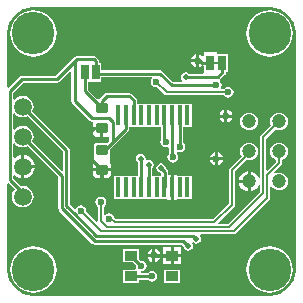
<source format=gtl>
G04 Layer_Physical_Order=1*
G04 Layer_Color=255*
%FSLAX44Y44*%
%MOMM*%
G71*
G01*
G75*
G04:AMPARAMS|DCode=10|XSize=1mm|YSize=0.9mm|CornerRadius=0.1125mm|HoleSize=0mm|Usage=FLASHONLY|Rotation=0.000|XOffset=0mm|YOffset=0mm|HoleType=Round|Shape=RoundedRectangle|*
%AMROUNDEDRECTD10*
21,1,1.0000,0.6750,0,0,0.0*
21,1,0.7750,0.9000,0,0,0.0*
1,1,0.2250,0.3875,-0.3375*
1,1,0.2250,-0.3875,-0.3375*
1,1,0.2250,-0.3875,0.3375*
1,1,0.2250,0.3875,0.3375*
%
%ADD10ROUNDEDRECTD10*%
%ADD11R,0.6350X1.2700*%
%ADD12R,0.4064X1.6510*%
%ADD13R,1.0160X0.8636*%
%ADD14C,0.2500*%
%ADD15C,0.2000*%
%ADD16C,0.2032*%
%ADD17C,0.3000*%
%ADD18C,1.2000*%
%ADD19C,3.6000*%
%ADD20C,1.5000*%
%ADD21C,0.5000*%
%ADD22C,0.6000*%
G36*
X25000Y246176D02*
X223772D01*
X225000Y246176D01*
X225000Y246176D01*
X225000Y246176D01*
Y246176D01*
X226234Y246088D01*
X229333Y245783D01*
X233499Y244519D01*
X237339Y242467D01*
X240705Y239705D01*
X243467Y236339D01*
X245519Y232499D01*
X246783Y228333D01*
X247088Y225234D01*
X247176Y224000D01*
X247176D01*
X247176Y224000D01*
Y25228D01*
X247176Y24000D01*
X247176Y24000D01*
X247176Y24000D01*
X247176D01*
X247088Y22766D01*
X246783Y19667D01*
X245519Y15501D01*
X243467Y11661D01*
X240705Y8295D01*
X237339Y5533D01*
X233499Y3481D01*
X229333Y2217D01*
X226234Y1912D01*
X225000Y1824D01*
Y1824D01*
X225000Y1824D01*
X26228D01*
X25000Y1824D01*
X25000Y1824D01*
X25000Y1824D01*
Y1824D01*
X23766Y1912D01*
X20667Y2217D01*
X16501Y3481D01*
X12661Y5533D01*
X9295Y8295D01*
X6533Y11661D01*
X4481Y15501D01*
X3217Y19667D01*
X2912Y22766D01*
X2824Y24000D01*
X2824D01*
X2824Y24000D01*
Y96414D01*
X4094Y96940D01*
X9249Y91786D01*
X8138Y90339D01*
X7232Y88149D01*
X6922Y85800D01*
X7232Y83450D01*
X8138Y81261D01*
X9581Y79381D01*
X11461Y77938D01*
X13650Y77032D01*
X16000Y76722D01*
X18349Y77032D01*
X20539Y77938D01*
X22419Y79381D01*
X23861Y81261D01*
X24768Y83450D01*
X25078Y85800D01*
X24768Y88149D01*
X23861Y90339D01*
X22419Y92219D01*
X20539Y93661D01*
X18349Y94568D01*
X16000Y94878D01*
X14310Y94655D01*
X7804Y101161D01*
Y103486D01*
X9074Y103859D01*
X10937Y102430D01*
X13379Y101418D01*
X14730Y101241D01*
Y111200D01*
Y121159D01*
X13379Y120982D01*
X10937Y119970D01*
X9074Y118540D01*
X7804Y118914D01*
Y130411D01*
X9074Y130842D01*
X9581Y130181D01*
X11461Y128738D01*
X13650Y127832D01*
X16000Y127522D01*
X18349Y127832D01*
X20084Y128550D01*
X46196Y102438D01*
Y76000D01*
X46410Y74927D01*
X47017Y74017D01*
X75017Y46017D01*
X75927Y45410D01*
X77000Y45196D01*
X150839D01*
X151940Y44094D01*
X151922Y44000D01*
X152232Y42439D01*
X153116Y41116D01*
X154439Y40232D01*
X156000Y39922D01*
X157561Y40232D01*
X158884Y41116D01*
X159768Y42439D01*
X160078Y44000D01*
X159768Y45561D01*
X159453Y46032D01*
X160369Y46947D01*
X161439Y46232D01*
X163000Y45922D01*
X164561Y46232D01*
X165884Y47116D01*
X166768Y48439D01*
X167078Y50000D01*
X166768Y51561D01*
X166019Y52681D01*
X166249Y53449D01*
X166573Y53951D01*
X194500D01*
X195476Y54145D01*
X196302Y54698D01*
X224802Y83198D01*
X225355Y84024D01*
X225549Y85000D01*
Y93904D01*
X226819Y94335D01*
X227651Y93251D01*
X229218Y92049D01*
X231042Y91293D01*
X233000Y91035D01*
X234958Y91293D01*
X236782Y92049D01*
X238349Y93251D01*
X239551Y94818D01*
X240307Y96642D01*
X240565Y98600D01*
X240307Y100558D01*
X239551Y102382D01*
X238349Y103949D01*
X236782Y105151D01*
X234958Y105907D01*
X233000Y106165D01*
X231042Y105907D01*
X229788Y105388D01*
X229069Y106464D01*
X234803Y112198D01*
X235355Y113025D01*
X235549Y114000D01*
Y116938D01*
X236782Y117449D01*
X238349Y118651D01*
X239551Y120218D01*
X240307Y122042D01*
X240565Y124000D01*
X240307Y125958D01*
X239551Y127782D01*
X238349Y129349D01*
X236782Y130551D01*
X234958Y131307D01*
X233000Y131565D01*
X231042Y131307D01*
X229218Y130551D01*
X227651Y129349D01*
X226449Y127782D01*
X225693Y125958D01*
X225435Y124000D01*
X225693Y122042D01*
X226449Y120218D01*
X227651Y118651D01*
X229218Y117449D01*
X230451Y116938D01*
Y115056D01*
X223222Y107827D01*
X222049Y108313D01*
Y134843D01*
X229809Y142604D01*
X231042Y142093D01*
X233000Y141835D01*
X234958Y142093D01*
X236782Y142849D01*
X238349Y144051D01*
X239551Y145618D01*
X240307Y147442D01*
X240565Y149400D01*
X240307Y151358D01*
X239551Y153182D01*
X238349Y154749D01*
X236782Y155951D01*
X234958Y156707D01*
X233000Y156965D01*
X231042Y156707D01*
X229218Y155951D01*
X227651Y154749D01*
X226449Y153182D01*
X225693Y151358D01*
X225435Y149400D01*
X225693Y147442D01*
X226204Y146208D01*
X217698Y137702D01*
X217145Y136875D01*
X216951Y135899D01*
Y101659D01*
X215681Y101407D01*
X215060Y102907D01*
X213691Y104691D01*
X211907Y106060D01*
X209829Y106920D01*
X208870Y107046D01*
Y98600D01*
Y90154D01*
X209829Y90280D01*
X211907Y91140D01*
X213691Y92509D01*
X215060Y94293D01*
X215681Y95793D01*
X216951Y95541D01*
Y89556D01*
X189944Y62549D01*
X181813D01*
X181327Y63722D01*
X194802Y77198D01*
X195355Y78025D01*
X195549Y79000D01*
Y106944D01*
X205399Y116794D01*
X205642Y116693D01*
X207600Y116435D01*
X209558Y116693D01*
X211382Y117449D01*
X212949Y118651D01*
X214151Y120218D01*
X214907Y122042D01*
X215165Y124000D01*
X214907Y125958D01*
X214151Y127782D01*
X212949Y129349D01*
X211382Y130551D01*
X209558Y131307D01*
X207600Y131565D01*
X205642Y131307D01*
X203818Y130551D01*
X202251Y129349D01*
X201049Y127782D01*
X200293Y125958D01*
X200035Y124000D01*
X200293Y122042D01*
X201049Y120218D01*
X201294Y119899D01*
X191198Y109802D01*
X190645Y108975D01*
X190451Y108000D01*
Y80056D01*
X176944Y66549D01*
X95056D01*
X93336Y68269D01*
X93239Y68756D01*
X92244Y70244D01*
X90756Y71239D01*
X89000Y71588D01*
X87244Y71239D01*
X85819Y70287D01*
X85464Y70360D01*
X84549Y70724D01*
Y77291D01*
X85244Y77756D01*
X86239Y79244D01*
X86588Y81000D01*
X86239Y82756D01*
X85244Y84244D01*
X83756Y85239D01*
X82000Y85588D01*
X80244Y85239D01*
X78756Y84244D01*
X77761Y82756D01*
X77412Y81000D01*
X77761Y79244D01*
X78756Y77756D01*
X79451Y77291D01*
Y65000D01*
X79464Y64937D01*
X78293Y64312D01*
X69425Y73180D01*
X69588Y74000D01*
X69239Y75756D01*
X68244Y77244D01*
X66756Y78239D01*
X65000Y78588D01*
X63244Y78239D01*
X61756Y77244D01*
X60859Y75902D01*
X60136Y75566D01*
X59571Y75395D01*
X55804Y79161D01*
Y125000D01*
X55590Y126073D01*
X54983Y126982D01*
X24050Y157915D01*
X24768Y159650D01*
X25078Y162000D01*
X24768Y164349D01*
X23861Y166539D01*
X22419Y168419D01*
X20539Y169861D01*
X18349Y170768D01*
X16000Y171078D01*
X13650Y170768D01*
X11461Y169861D01*
X9581Y168419D01*
X9074Y167758D01*
X7804Y168189D01*
Y173839D01*
X16161Y182196D01*
X45000D01*
X46073Y182410D01*
X46983Y183017D01*
X56023Y192058D01*
X57196Y191572D01*
Y167000D01*
X57410Y165927D01*
X58017Y165017D01*
X73017Y150017D01*
X73927Y149410D01*
X74771Y149242D01*
X75092Y148908D01*
X75225Y148717D01*
X75597Y147926D01*
X75388Y146875D01*
Y144770D01*
X83000D01*
Y143500D01*
X84270D01*
Y136388D01*
X86875D01*
X87926Y136597D01*
X89196Y135857D01*
Y133161D01*
X87468Y131433D01*
X86875Y131551D01*
X79125D01*
X78101Y131348D01*
X77232Y130767D01*
X76652Y129899D01*
X76449Y128875D01*
Y122125D01*
X76561Y121561D01*
X76000Y121000D01*
Y113795D01*
X75673Y113305D01*
X75388Y111875D01*
Y109770D01*
X90612D01*
Y111875D01*
X90327Y113305D01*
X90000Y113795D01*
Y121000D01*
X89439Y121561D01*
X89551Y122125D01*
Y125586D01*
X93983Y130017D01*
X105233Y141267D01*
X105840Y142177D01*
X106054Y143250D01*
Y144979D01*
X132998D01*
Y134111D01*
X132761Y133756D01*
X132412Y132000D01*
X132761Y130244D01*
X133756Y128756D01*
X135244Y127761D01*
X137000Y127412D01*
X138676Y127745D01*
X138949Y127742D01*
X139946Y127209D01*
Y122372D01*
X139756Y122244D01*
X138761Y120756D01*
X138412Y119000D01*
X138761Y117244D01*
X139756Y115756D01*
X141244Y114761D01*
X143000Y114412D01*
X144756Y114761D01*
X146244Y115756D01*
X147239Y117244D01*
X147588Y119000D01*
X147239Y120756D01*
X146244Y122244D01*
X146205Y122271D01*
X146236Y122907D01*
X146577Y123196D01*
X147540Y123702D01*
X149000Y123412D01*
X150756Y123761D01*
X152244Y124756D01*
X153239Y126244D01*
X153588Y128000D01*
X153239Y129756D01*
X152244Y131244D01*
X151804Y131539D01*
Y144979D01*
X158892D01*
Y164489D01*
X112554D01*
Y167250D01*
X112340Y168323D01*
X111733Y169233D01*
X107983Y172983D01*
X107073Y173590D01*
X106000Y173804D01*
X87000D01*
X85927Y173590D01*
X85017Y172983D01*
X81017Y168983D01*
X80722Y168540D01*
X79243Y168222D01*
X71304Y176161D01*
Y183150D01*
X82247D01*
Y187196D01*
X125069D01*
X125543Y185926D01*
X124761Y184756D01*
X124412Y183000D01*
X124761Y181244D01*
X125756Y179756D01*
X127244Y178761D01*
X129000Y178412D01*
X129820Y178575D01*
X136198Y172198D01*
X137025Y171645D01*
X138000Y171451D01*
X186291D01*
X186756Y170756D01*
X188244Y169761D01*
X190000Y169412D01*
X191756Y169761D01*
X193244Y170756D01*
X194239Y172244D01*
X194588Y174000D01*
X194239Y175756D01*
X193244Y177244D01*
X191756Y178239D01*
X190000Y178588D01*
X188244Y178239D01*
X186756Y177244D01*
X186291Y176549D01*
X184634D01*
X183955Y177819D01*
X184239Y178244D01*
X184588Y180000D01*
X184239Y181756D01*
X183244Y183244D01*
X182930Y183454D01*
Y184982D01*
X182983Y185017D01*
X187063Y189097D01*
X187670Y190007D01*
X187884Y191080D01*
Y191150D01*
X189755D01*
Y206850D01*
X180635D01*
Y207890D01*
X169205D01*
Y205361D01*
X168519Y205153D01*
X167935Y205034D01*
X166162Y206219D01*
X165270Y206396D01*
Y201000D01*
Y195604D01*
X166162Y195781D01*
X167935Y196966D01*
X168519Y196847D01*
X169205Y196639D01*
Y190110D01*
X168062Y189804D01*
X156937D01*
X156884Y189884D01*
X155561Y190768D01*
X154000Y191078D01*
X152439Y190768D01*
X151116Y189884D01*
X150232Y188561D01*
X149922Y187000D01*
X150232Y185439D01*
X151116Y184116D01*
X151180Y184074D01*
X150794Y182804D01*
X143161D01*
X133982Y191983D01*
X133073Y192591D01*
X132000Y192804D01*
X82247D01*
Y198850D01*
X80376D01*
Y200428D01*
X80162Y201501D01*
X79555Y202411D01*
X77983Y203983D01*
X77073Y204590D01*
X76000Y204804D01*
X62000D01*
X60927Y204590D01*
X60017Y203983D01*
X58017Y201983D01*
X43839Y187804D01*
X15000D01*
X13927Y187590D01*
X13017Y186983D01*
X4094Y178060D01*
X2824Y178586D01*
Y222772D01*
X2824Y224000D01*
X2824Y224000D01*
X2824Y224000D01*
X2824D01*
X2912Y225234D01*
X3217Y228333D01*
X4481Y232499D01*
X6533Y236339D01*
X9295Y239705D01*
X12661Y242467D01*
X16501Y244519D01*
X20667Y245783D01*
X23766Y246088D01*
X25000Y246176D01*
Y246176D01*
X25000Y246176D01*
D02*
G37*
G36*
X9581Y155581D02*
X11461Y154138D01*
X13650Y153232D01*
X16000Y152922D01*
X18349Y153232D01*
X20084Y153950D01*
X50196Y123839D01*
Y108028D01*
X49023Y107542D01*
X24050Y132515D01*
X24768Y134250D01*
X25078Y136600D01*
X24768Y138949D01*
X23861Y141139D01*
X22419Y143019D01*
X20539Y144461D01*
X18349Y145368D01*
X16000Y145678D01*
X13650Y145368D01*
X11461Y144461D01*
X9581Y143019D01*
X9074Y142358D01*
X7804Y142789D01*
Y155811D01*
X9074Y156242D01*
X9581Y155581D01*
D02*
G37*
%LPC*%
G36*
X225000Y243594D02*
X221177Y243218D01*
X217501Y242103D01*
X214114Y240292D01*
X211145Y237855D01*
X208708Y234886D01*
X206897Y231498D01*
X205782Y227822D01*
X205406Y224000D01*
X205782Y220177D01*
X206897Y216501D01*
X208708Y213114D01*
X211145Y210145D01*
X214114Y207708D01*
X217501Y205897D01*
X221177Y204782D01*
X225000Y204405D01*
X228822Y204782D01*
X232498Y205897D01*
X235886Y207708D01*
X238855Y210145D01*
X241292Y213114D01*
X243103Y216501D01*
X244218Y220177D01*
X244594Y224000D01*
X244218Y227822D01*
X243103Y231498D01*
X241292Y234886D01*
X238855Y237855D01*
X235886Y240292D01*
X232498Y242103D01*
X228822Y243218D01*
X225000Y243594D01*
D02*
G37*
G36*
X25000D02*
X21177Y243218D01*
X17502Y242103D01*
X14114Y240292D01*
X11145Y237855D01*
X8708Y234886D01*
X6897Y231498D01*
X5782Y227822D01*
X5406Y224000D01*
X5782Y220177D01*
X6897Y216501D01*
X8708Y213114D01*
X11145Y210145D01*
X14114Y207708D01*
X17502Y205897D01*
X21177Y204782D01*
X25000Y204405D01*
X28823Y204782D01*
X32499Y205897D01*
X35886Y207708D01*
X38856Y210145D01*
X41292Y213114D01*
X43103Y216501D01*
X44218Y220177D01*
X44595Y224000D01*
X44218Y227822D01*
X43103Y231498D01*
X41292Y234886D01*
X38856Y237855D01*
X35886Y240292D01*
X32499Y242103D01*
X28823Y243218D01*
X25000Y243594D01*
D02*
G37*
G36*
X162730Y206396D02*
X161838Y206219D01*
X160006Y204994D01*
X158781Y203162D01*
X158604Y202270D01*
X162730D01*
Y206396D01*
D02*
G37*
G36*
Y199730D02*
X158604D01*
X158781Y198838D01*
X160006Y197006D01*
X161838Y195781D01*
X162730Y195604D01*
Y199730D01*
D02*
G37*
G36*
X189270Y159396D02*
Y155270D01*
X193396D01*
X193219Y156162D01*
X191994Y157994D01*
X190162Y159219D01*
X189270Y159396D01*
D02*
G37*
G36*
X186730D02*
X185838Y159219D01*
X184006Y157994D01*
X182781Y156162D01*
X182604Y155270D01*
X186730D01*
Y159396D01*
D02*
G37*
G36*
X193396Y152730D02*
X189270D01*
Y148604D01*
X190162Y148781D01*
X191994Y150006D01*
X193219Y151838D01*
X193396Y152730D01*
D02*
G37*
G36*
X186730D02*
X182604D01*
X182781Y151838D01*
X184006Y150006D01*
X185838Y148781D01*
X186730Y148604D01*
Y152730D01*
D02*
G37*
G36*
X207600Y156965D02*
X205642Y156707D01*
X203818Y155951D01*
X202251Y154749D01*
X201049Y153182D01*
X200293Y151358D01*
X200035Y149400D01*
X200293Y147442D01*
X201049Y145618D01*
X202251Y144051D01*
X203818Y142849D01*
X205642Y142093D01*
X207600Y141835D01*
X209558Y142093D01*
X211382Y142849D01*
X212949Y144051D01*
X214151Y145618D01*
X214907Y147442D01*
X215165Y149400D01*
X214907Y151358D01*
X214151Y153182D01*
X212949Y154749D01*
X211382Y155951D01*
X209558Y156707D01*
X207600Y156965D01*
D02*
G37*
G36*
X81730Y142230D02*
X75388D01*
Y140125D01*
X75673Y138695D01*
X76483Y137483D01*
X77695Y136673D01*
X79125Y136388D01*
X81730D01*
Y142230D01*
D02*
G37*
G36*
X181270Y123396D02*
Y119270D01*
X185396D01*
X185219Y120162D01*
X183994Y121994D01*
X182162Y123219D01*
X181270Y123396D01*
D02*
G37*
G36*
X178730D02*
X177838Y123219D01*
X176006Y121994D01*
X174781Y120162D01*
X174604Y119270D01*
X178730D01*
Y123396D01*
D02*
G37*
G36*
X185396Y116730D02*
X181270D01*
Y112604D01*
X182162Y112781D01*
X183994Y114006D01*
X185219Y115838D01*
X185396Y116730D01*
D02*
G37*
G36*
X178730D02*
X174604D01*
X174781Y115838D01*
X176006Y114006D01*
X177838Y112781D01*
X178730Y112604D01*
Y116730D01*
D02*
G37*
G36*
X17270Y121159D02*
Y112470D01*
X25959D01*
X25782Y113821D01*
X24770Y116263D01*
X23161Y118361D01*
X21063Y119970D01*
X18621Y120982D01*
X17270Y121159D01*
D02*
G37*
G36*
X90612Y107230D02*
X84270D01*
Y101388D01*
X86875D01*
X88305Y101673D01*
X89517Y102483D01*
X90327Y103695D01*
X90612Y105125D01*
Y107230D01*
D02*
G37*
G36*
X81730D02*
X75388D01*
Y105125D01*
X75673Y103695D01*
X76483Y102483D01*
X77695Y101673D01*
X79125Y101388D01*
X81730D01*
Y107230D01*
D02*
G37*
G36*
X25959Y109930D02*
X17270D01*
Y101241D01*
X18621Y101418D01*
X21063Y102430D01*
X23161Y104039D01*
X24770Y106137D01*
X25782Y108579D01*
X25959Y109930D01*
D02*
G37*
G36*
X206330Y107046D02*
X205371Y106920D01*
X203293Y106060D01*
X201509Y104691D01*
X200140Y102907D01*
X199280Y100829D01*
X199153Y99870D01*
X206330D01*
Y107046D01*
D02*
G37*
G36*
Y97330D02*
X199153D01*
X199280Y96371D01*
X200140Y94293D01*
X201509Y92509D01*
X203293Y91140D01*
X205371Y90280D01*
X206330Y90154D01*
Y97330D01*
D02*
G37*
G36*
X146978Y104295D02*
X143676D01*
Y93500D01*
Y82705D01*
X146978D01*
Y83745D01*
X158892D01*
Y103255D01*
X146978D01*
Y104295D01*
D02*
G37*
G36*
X116000Y122078D02*
X114439Y121768D01*
X113116Y120884D01*
X112232Y119561D01*
X111922Y118000D01*
X112232Y116439D01*
X113116Y115116D01*
X113196Y115063D01*
Y103255D01*
X93218D01*
Y83745D01*
X137834D01*
Y82705D01*
X141136D01*
Y93500D01*
Y104295D01*
X138804D01*
Y107000D01*
X138590Y108073D01*
X137983Y108983D01*
X137060Y109906D01*
X137078Y110000D01*
X136768Y111561D01*
X135884Y112884D01*
X134561Y113768D01*
X133000Y114078D01*
X131439Y113768D01*
X130116Y112884D01*
X129232Y111561D01*
X128922Y110000D01*
X129232Y108439D01*
X130116Y107116D01*
X131439Y106232D01*
X133000Y105922D01*
X133196Y104686D01*
Y103255D01*
X125554D01*
Y109813D01*
X125634Y109866D01*
X126518Y111189D01*
X126828Y112750D01*
X126518Y114311D01*
X125634Y115634D01*
X124311Y116518D01*
X122750Y116828D01*
X121189Y116518D01*
X121061Y116433D01*
X119918Y117196D01*
X120078Y118000D01*
X119768Y119561D01*
X118884Y120884D01*
X117561Y121768D01*
X116000Y122078D01*
D02*
G37*
G36*
X128270Y41396D02*
Y37270D01*
X132396D01*
X132219Y38162D01*
X130994Y39994D01*
X129162Y41219D01*
X128270Y41396D01*
D02*
G37*
G36*
X125730D02*
X124838Y41219D01*
X123006Y39994D01*
X121781Y38162D01*
X121604Y37270D01*
X125730D01*
Y41396D01*
D02*
G37*
G36*
X150146Y42748D02*
X143796D01*
Y37160D01*
X150146D01*
Y42748D01*
D02*
G37*
G36*
X141256D02*
X134906D01*
Y37160D01*
X141256D01*
Y42748D01*
D02*
G37*
G36*
X132396Y34730D02*
X128270D01*
Y30604D01*
X129162Y30781D01*
X130994Y32006D01*
X132219Y33838D01*
X132396Y34730D01*
D02*
G37*
G36*
X125730D02*
X121604D01*
X121781Y33838D01*
X123006Y32006D01*
X124838Y30781D01*
X125730Y30604D01*
Y34730D01*
D02*
G37*
G36*
X150146Y34620D02*
X143796D01*
Y29032D01*
X150146D01*
Y34620D01*
D02*
G37*
G36*
X141256D02*
X134906D01*
Y29032D01*
X141256D01*
Y34620D01*
D02*
G37*
G36*
X114080Y41708D02*
X100920D01*
Y30072D01*
X109187D01*
X111739Y27520D01*
X111636Y27000D01*
X111966Y25338D01*
X111947Y25048D01*
X111424Y24068D01*
X100920D01*
Y12432D01*
X114080D01*
Y15446D01*
X121712D01*
X122006Y15006D01*
X123494Y14011D01*
X125250Y13662D01*
X127006Y14011D01*
X128495Y15006D01*
X129489Y16494D01*
X129838Y18250D01*
X129489Y20006D01*
X128495Y21495D01*
X127006Y22489D01*
X125250Y22838D01*
X123494Y22489D01*
X122006Y21495D01*
X121712Y21054D01*
X115441D01*
X115362Y21288D01*
X116197Y22376D01*
X116315Y22430D01*
X117980Y22761D01*
X119468Y23756D01*
X120463Y25244D01*
X120812Y27000D01*
X120463Y28756D01*
X119468Y30244D01*
X117980Y31239D01*
X116224Y31588D01*
X115704Y31485D01*
X114080Y33109D01*
Y41708D01*
D02*
G37*
G36*
X149106Y24068D02*
X135946D01*
Y12432D01*
X149106D01*
Y24068D01*
D02*
G37*
G36*
X225000Y43595D02*
X221177Y43218D01*
X217501Y42103D01*
X214114Y40292D01*
X211145Y37856D01*
X208708Y34886D01*
X206897Y31499D01*
X205782Y27823D01*
X205406Y24000D01*
X205782Y20178D01*
X206897Y16502D01*
X208708Y13114D01*
X211145Y10145D01*
X214114Y7708D01*
X217501Y5897D01*
X221177Y4782D01*
X225000Y4406D01*
X228822Y4782D01*
X232498Y5897D01*
X235886Y7708D01*
X238855Y10145D01*
X241292Y13114D01*
X243103Y16502D01*
X244218Y20178D01*
X244594Y24000D01*
X244218Y27823D01*
X243103Y31499D01*
X241292Y34886D01*
X238855Y37856D01*
X235886Y40292D01*
X232498Y42103D01*
X228822Y43218D01*
X225000Y43595D01*
D02*
G37*
G36*
X25000D02*
X21177Y43218D01*
X17502Y42103D01*
X14114Y40292D01*
X11145Y37856D01*
X8708Y34886D01*
X6897Y31499D01*
X5782Y27823D01*
X5406Y24000D01*
X5782Y20178D01*
X6897Y16502D01*
X8708Y13114D01*
X11145Y10145D01*
X14114Y7708D01*
X17502Y5897D01*
X21177Y4782D01*
X25000Y4406D01*
X28823Y4782D01*
X32499Y5897D01*
X35886Y7708D01*
X38856Y10145D01*
X41292Y13114D01*
X43103Y16502D01*
X44218Y20178D01*
X44595Y24000D01*
X44218Y27823D01*
X43103Y31499D01*
X41292Y34886D01*
X38856Y37856D01*
X35886Y40292D01*
X32499Y42103D01*
X28823Y43218D01*
X25000Y43595D01*
D02*
G37*
%LPD*%
D10*
X83000Y108500D02*
D03*
Y125500D02*
D03*
Y143500D02*
D03*
Y160500D02*
D03*
D11*
X185080Y199000D02*
D03*
X174920D02*
D03*
X77572Y191000D02*
D03*
X68500D02*
D03*
D12*
X96750Y154734D02*
D03*
X103250D02*
D03*
X109750D02*
D03*
X122750D02*
D03*
X116250D02*
D03*
X129250D02*
D03*
X135802D02*
D03*
X142406D02*
D03*
X148756D02*
D03*
X155360D02*
D03*
X96750Y93500D02*
D03*
X103250D02*
D03*
X109750D02*
D03*
X116250D02*
D03*
X122750D02*
D03*
X129250D02*
D03*
X135802D02*
D03*
X142406D02*
D03*
X148756D02*
D03*
X155360D02*
D03*
D13*
X142526Y18250D02*
D03*
X107500D02*
D03*
X142526Y35890D02*
D03*
X107500D02*
D03*
D14*
X185080Y191080D02*
Y199000D01*
X181000Y187000D02*
X185080Y191080D01*
X154000Y187000D02*
X181000D01*
X152000Y48000D02*
X156000Y44000D01*
X77000Y48000D02*
X152000D01*
X49000Y76000D02*
X77000Y48000D01*
X78118Y52750D02*
X160250D01*
X59250Y71618D02*
X78118Y52750D01*
X16000Y162000D02*
X53000Y125000D01*
Y78000D02*
Y125000D01*
Y78000D02*
X59250Y71750D01*
Y71618D02*
Y71750D01*
X160250Y52750D02*
X163000Y50000D01*
X16000Y136600D02*
X49000Y103600D01*
Y76000D02*
Y103600D01*
X45000Y185000D02*
X62000Y202000D01*
X15000Y185000D02*
X45000D01*
X5000Y175000D02*
X15000Y185000D01*
X5000Y100000D02*
Y175000D01*
Y100000D02*
X16000Y89000D01*
Y85800D02*
Y89000D01*
X87000Y171000D02*
X106000D01*
X83000Y167000D02*
X87000Y171000D01*
X83000Y160500D02*
Y167000D01*
X109750Y154734D02*
Y167250D01*
X106000Y171000D02*
X109750Y167250D01*
X77572Y191000D02*
Y200428D01*
X76000Y202000D02*
X77572Y200428D01*
X62000Y202000D02*
X76000D01*
X75000Y152000D02*
X89000D01*
X60000Y167000D02*
X75000Y152000D01*
X60000Y167000D02*
Y200000D01*
X62000Y202000D01*
X73000Y118500D02*
X83000Y108500D01*
X73000Y118500D02*
Y140000D01*
X76500Y143500D01*
X83000D01*
X85500Y125500D02*
X92000Y132000D01*
X83000Y125500D02*
X85500D01*
X92000Y132000D02*
X103250Y143250D01*
X92000Y132000D02*
Y145276D01*
X91968Y145308D02*
X92000Y145276D01*
X91968Y145308D02*
Y149032D01*
X89000Y152000D02*
X91968Y149032D01*
X103250Y154734D02*
X103250Y154734D01*
X103250Y143250D02*
Y154734D01*
X68500Y175000D02*
Y190000D01*
Y175000D02*
X83000Y160500D01*
Y91000D02*
Y108500D01*
X142406Y82406D02*
Y93500D01*
X139000Y79000D02*
X142406Y82406D01*
X95000Y79000D02*
X139000D01*
X83000Y91000D02*
X95000Y79000D01*
X135802Y93500D02*
X136000Y93698D01*
Y107000D01*
X133000Y110000D02*
X136000Y107000D01*
X122750Y93500D02*
Y112750D01*
X116000Y93750D02*
X116250Y93500D01*
X116000Y93750D02*
Y118000D01*
X168000Y199000D02*
X172424D01*
X166000Y201000D02*
X168000Y199000D01*
X164000Y201000D02*
X166000D01*
X77572Y190000D02*
X132000D01*
X142000Y180000D01*
X180000D01*
X148756Y154734D02*
X149000Y154490D01*
Y128000D02*
Y154490D01*
X142750Y119250D02*
X143000Y119000D01*
X142750Y119250D02*
Y154390D01*
X142406Y154734D02*
X142750Y154390D01*
X135802Y133198D02*
Y154734D01*
Y133198D02*
X137000Y132000D01*
X107500Y35724D02*
Y35890D01*
Y35724D02*
X116224Y27000D01*
X107500Y18250D02*
X125250D01*
D15*
X82500Y56500D02*
X194500D01*
X65000Y74000D02*
X82500Y56500D01*
X87000Y60000D02*
X191000D01*
X82000Y65000D02*
X87000Y60000D01*
X94000Y64000D02*
X178000D01*
X91000Y67000D02*
X94000Y64000D01*
X219500Y135899D02*
X233000Y149399D01*
X219500Y88500D02*
Y135899D01*
X191000Y60000D02*
X219500Y88500D01*
X223000Y104000D02*
X233000Y114000D01*
X223000Y85000D02*
Y104000D01*
X194500Y56500D02*
X223000Y85000D01*
X82000Y65000D02*
Y81000D01*
X89000Y67000D02*
X91000D01*
X178000Y64000D02*
X193000Y79000D01*
Y108000D01*
X207600Y122600D01*
Y124000D01*
X233000Y114000D02*
Y124000D01*
X129000Y183000D02*
X138000Y174000D01*
X190000D01*
D16*
X176190Y199000D02*
X183810D01*
D17*
X127000Y36000D02*
X127110Y35890D01*
X142526D01*
D18*
X207600Y98600D02*
D03*
X233000D02*
D03*
X207600Y124000D02*
D03*
X233000D02*
D03*
X207600Y149400D02*
D03*
X233000D02*
D03*
D19*
X25000Y24000D02*
D03*
X225000D02*
D03*
Y224000D02*
D03*
X25000D02*
D03*
D20*
X16000Y162000D02*
D03*
Y136600D02*
D03*
Y111200D02*
D03*
Y85800D02*
D03*
D21*
X154000Y187000D02*
D03*
X163000Y50000D02*
D03*
X156000Y44000D02*
D03*
X133000Y110000D02*
D03*
X122750Y112750D02*
D03*
X116000Y118000D02*
D03*
D22*
X89000Y67000D02*
D03*
X164000Y201000D02*
D03*
X180000Y180000D02*
D03*
X82000Y81000D02*
D03*
X65000Y74000D02*
D03*
X129000Y183000D02*
D03*
X190000Y174000D02*
D03*
X149000Y128000D02*
D03*
X143000Y119000D02*
D03*
X137000Y132000D02*
D03*
X116224Y27000D02*
D03*
X125250Y18250D02*
D03*
X127000Y36000D02*
D03*
X180000Y118000D02*
D03*
X188000Y154000D02*
D03*
M02*

</source>
